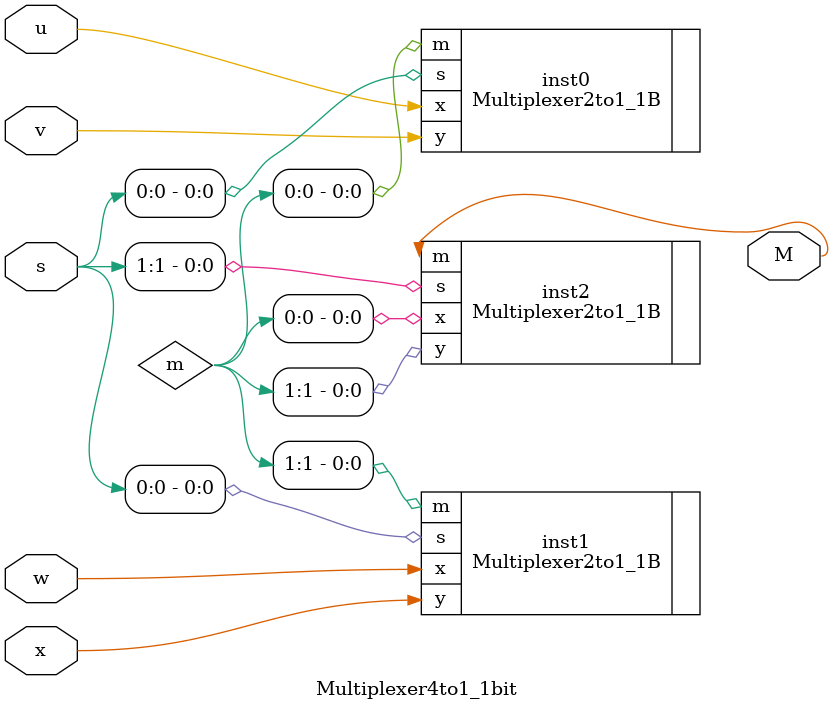
<source format=v>
/* 1 bit multiplexer: 4 inputs, 1 output
 * Author: Gustavo-Adolfo Murillo
 * Date: February 2024
 * 
 * DESCRIPTION:
 * This program is designed to learn how to sintetize a one bit multiplexer
 * 4 to 1 module in the FPGA, where:
 * 	(u, v, w, x) are 1 bit inputs
 * 	m is 1 bit output
 * 	s is the 2 bits selector
 */

module Multiplexer4to1_1bit(u, v, w, x, s, M);
	input u, v, w, x;
	input [1:0] s;
	output M;
	
	wire [1:0] m;
	
	Multiplexer2to1_1B inst0(.x(u), .y(v), .s(s[0]), .m(m[0]));
	Multiplexer2to1_1B inst1(.x(w), .y(x), .s(s[0]), .m(m[1]));
	Multiplexer2to1_1B inst2(.x(m[0]), .y(m[1]), .s(s[1]), .m(M));
endmodule 
</source>
